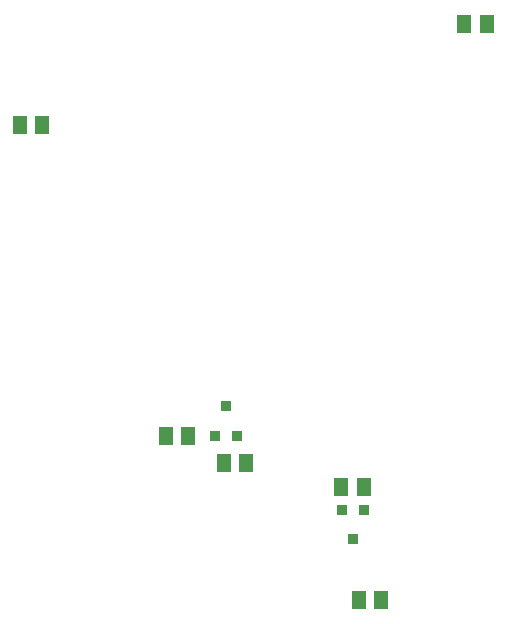
<source format=gbp>
%FSLAX25Y25*%
%MOIN*%
G70*
G01*
G75*
G04 Layer_Color=128*
%ADD10R,0.05906X0.03937*%
%ADD11R,0.03937X0.05906*%
%ADD12R,0.01181X0.06890*%
%ADD13R,0.06890X0.01181*%
%ADD14R,0.03937X0.05906*%
%ADD15R,0.05906X0.05118*%
%ADD16R,0.05118X0.05906*%
%ADD17R,0.02362X0.05709*%
%ADD18C,0.00700*%
%ADD19C,0.03000*%
%ADD20C,0.02000*%
%ADD21C,0.01000*%
%ADD22C,0.05512*%
%ADD23C,0.10000*%
%ADD24R,0.03937X0.03937*%
%ADD25C,0.03937*%
%ADD26C,0.05906*%
%ADD27R,0.05906X0.05906*%
%ADD28R,0.05906X0.05906*%
%ADD29C,0.03000*%
%ADD30R,0.03543X0.03740*%
%ADD31R,0.03543X0.03740*%
%ADD32C,0.02362*%
%ADD33C,0.00984*%
%ADD34C,0.00787*%
%ADD35C,0.00500*%
%ADD36R,0.06706X0.04737*%
%ADD37R,0.04737X0.06706*%
%ADD38R,0.01981X0.07690*%
%ADD39R,0.07690X0.01981*%
%ADD40R,0.04737X0.06706*%
%ADD41R,0.06706X0.05918*%
%ADD42R,0.05918X0.06706*%
%ADD43R,0.03162X0.06509*%
%ADD44C,0.06312*%
%ADD45C,0.10800*%
%ADD46R,0.04737X0.04737*%
%ADD47C,0.04737*%
%ADD48C,0.06706*%
%ADD49R,0.06706X0.06706*%
%ADD50R,0.06706X0.06706*%
%ADD51C,0.03800*%
%ADD52R,0.04343X0.04540*%
%ADD53R,0.04343X0.04540*%
D16*
X207332Y67663D02*
D03*
X214813D02*
D03*
X226602Y58449D02*
D03*
X234082D02*
D03*
X271618Y12766D02*
D03*
X279098D02*
D03*
X273389Y50640D02*
D03*
X265909D02*
D03*
X314369Y204999D02*
D03*
X306889D02*
D03*
X158668Y171274D02*
D03*
X166148D02*
D03*
D30*
X227389Y77469D02*
D03*
X231129Y67627D02*
D03*
X269817Y33038D02*
D03*
X266077Y42881D02*
D03*
D31*
X223648Y67627D02*
D03*
X273557Y42881D02*
D03*
M02*

</source>
